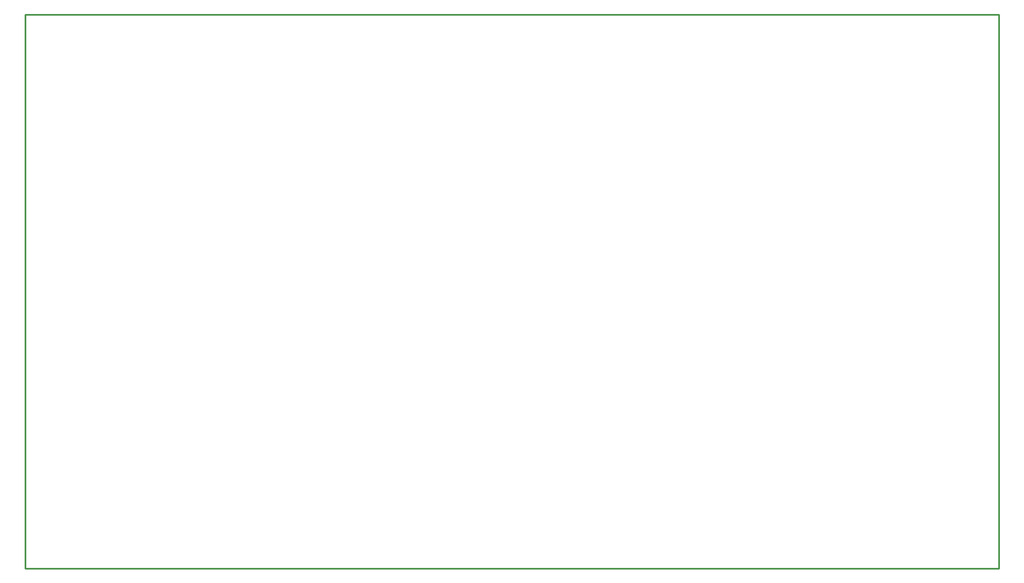
<source format=gm1>
%TF.GenerationSoftware,KiCad,Pcbnew,7.0.8*%
%TF.CreationDate,2024-03-17T11:49:34-04:00*%
%TF.ProjectId,UMDv3,554d4476-332e-46b6-9963-61645f706362,rev?*%
%TF.SameCoordinates,Original*%
%TF.FileFunction,Profile,NP*%
%FSLAX46Y46*%
G04 Gerber Fmt 4.6, Leading zero omitted, Abs format (unit mm)*
G04 Created by KiCad (PCBNEW 7.0.8) date 2024-03-17 11:49:34*
%MOMM*%
%LPD*%
G01*
G04 APERTURE LIST*
%TA.AperFunction,Profile*%
%ADD10C,0.254000*%
%TD*%
G04 APERTURE END LIST*
D10*
X74930000Y-66040000D02*
X222250000Y-66040000D01*
X74930000Y-149860000D02*
X74930000Y-66040000D01*
X222250000Y-66040000D02*
X222250000Y-149860000D01*
X222250000Y-149860000D02*
X74930000Y-149860000D01*
M02*

</source>
